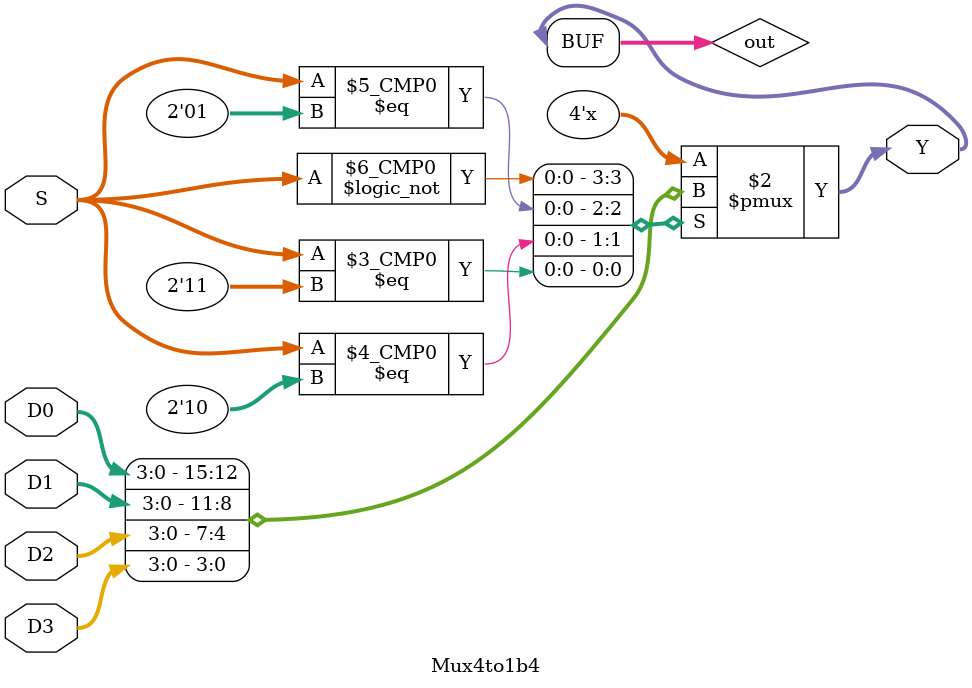
<source format=v>
`timescale 1ns / 1ps


module Mux4to1b4(
    input  [1:0] S,
    input  [3:0] D0,
    input  [3:0] D1,
    input  [3:0] D2,
    input  [3:0] D3,
    output [3:0] Y
);
    reg [3:0] out;
    always @(*) 
	begin
		case(S)

		0: out=D0;

		1: out=D1;

		2: out=D2;

		3: out=D3;

		default: out=0;

		endcase

	end 
	assign Y = out;
endmodule

</source>
